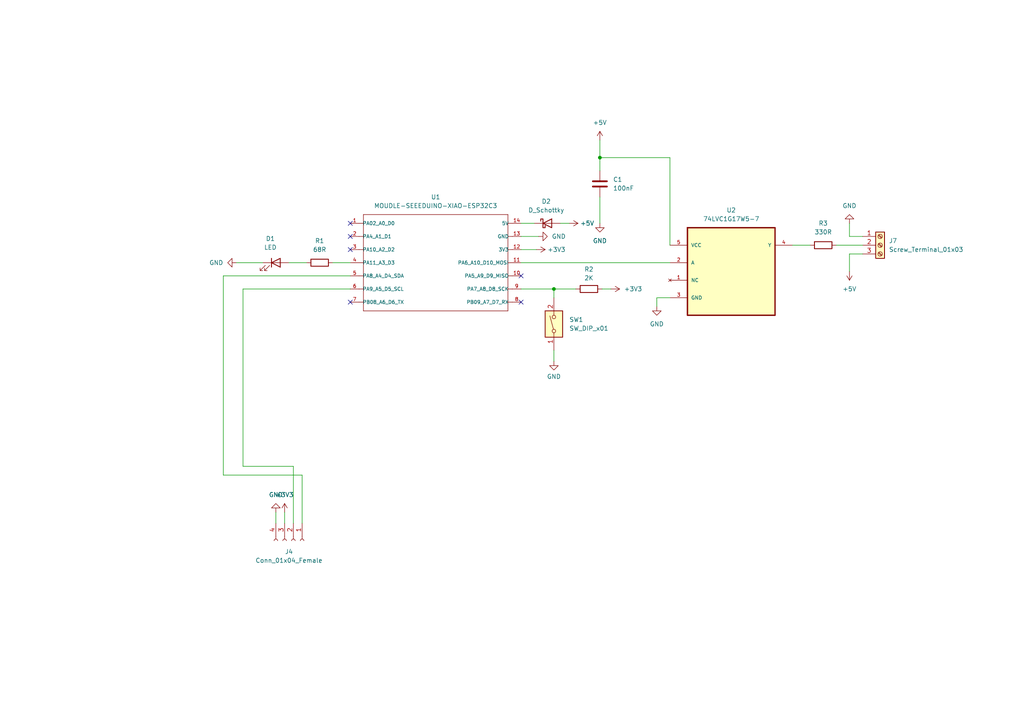
<source format=kicad_sch>
(kicad_sch (version 20231120) (generator "eeschema") (generator_version "8.0")
  (paper "A4")
  (lib_symbols
    (symbol "74LVC1G17W5-7:74LVC1G17W5-7" (pin_names (offset 1.016))
      (property "Reference" "U" (at -4.78 12.8145 0))
      (property "Value" "74LVC1G17W5-7" (at -4.2714 -19.6026 0))
      (symbol "74LVC1G17W5-7_0_0"
        (rectangle (start -12.7 -15.24) (end 12.7 10.16) (stroke (width 0.4064)) (fill (type background)))
        (pin no_connect line (at -17.78 -5.08 0) (length 5.08) (name "NC") (number "1"))
        (pin input line (at -17.78 0 0) (length 5.08) (name "A") (number "2"))
        (pin passive line (at -17.78 -10.16 0) (length 5.08) (name "GND") (number "3"))
        (pin output line (at 17.78 5.08 180) (length 5.08) (name "Y") (number "4"))
        (pin power_in line (at -17.78 5.08 0) (length 5.08) (name "VCC") (number "5"))
      )
    )
    (symbol "Connector:Conn_01x04_Female" (pin_names (offset 1.016) hide)
      (property "Reference" "J" (at 0 5.08 0))
      (property "Value" "Conn_01x04_Female" (at 0 -7.62 0))
      (symbol "Conn_01x04_Female_1_1"
        (arc (start 0 -4.572) (mid -0.5058 -5.08) (end 0 -5.588) (stroke (width 0.1524)))
        (arc (start 0 -2.032) (mid -0.5058 -2.54) (end 0 -3.048) (stroke (width 0.1524)))
        (polyline (pts (xy -1.27 -5.08) (xy -0.508 -5.08)) (stroke (width 0.1524)))
        (polyline (pts (xy -1.27 -2.54) (xy -0.508 -2.54)) (stroke (width 0.1524)))
        (polyline (pts (xy -1.27 0) (xy -0.508 0)) (stroke (width 0.1524)))
        (polyline (pts (xy -1.27 2.54) (xy -0.508 2.54)) (stroke (width 0.1524)))
        (arc (start 0 0.508) (mid -0.5058 0) (end 0 -0.508) (stroke (width 0.1524)))
        (arc (start 0 3.048) (mid -0.5058 2.54) (end 0 2.032) (stroke (width 0.1524)))
        (pin passive line (at -5.08 2.54 0) (length 3.81) (name "Pin_1") (number "1"))
        (pin passive line (at -5.08 0 0) (length 3.81) (name "Pin_2") (number "2"))
        (pin passive line (at -5.08 -2.54 0) (length 3.81) (name "Pin_3") (number "3"))
        (pin passive line (at -5.08 -5.08 0) (length 3.81) (name "Pin_4") (number "4"))
      )
    )
    (symbol "Connector:Screw_Terminal_01x03" (pin_names (offset 1.016) hide)
      (property "Reference" "J" (at 0 5.08 0))
      (property "Value" "Screw_Terminal_01x03" (at 0 -5.08 0))
      (symbol "Screw_Terminal_01x03_1_1"
        (rectangle (start -1.27 3.81) (end 1.27 -3.81) (stroke (width 0.254)) (fill (type background)))
        (circle (center 0 -2.54) (radius 0.635) (stroke (width 0.1524)))
        (polyline (pts (xy -0.5334 -2.2098) (xy 0.3302 -3.048)) (stroke (width 0.1524)))
        (polyline (pts (xy -0.5334 0.3302) (xy 0.3302 -0.508)) (stroke (width 0.1524)))
        (polyline (pts (xy -0.5334 2.8702) (xy 0.3302 2.032)) (stroke (width 0.1524)))
        (polyline (pts (xy -0.3556 -2.032) (xy 0.508 -2.8702)) (stroke (width 0.1524)))
        (polyline (pts (xy -0.3556 0.508) (xy 0.508 -0.3302)) (stroke (width 0.1524)))
        (polyline (pts (xy -0.3556 3.048) (xy 0.508 2.2098)) (stroke (width 0.1524)))
        (circle (center 0 0) (radius 0.635) (stroke (width 0.1524)))
        (circle (center 0 2.54) (radius 0.635) (stroke (width 0.1524)))
        (pin passive line (at -5.08 2.54 0) (length 3.81) (name "Pin_1") (number "1"))
        (pin passive line (at -5.08 0 0) (length 3.81) (name "Pin_2") (number "2"))
        (pin passive line (at -5.08 -2.54 0) (length 3.81) (name "Pin_3") (number "3"))
      )
    )
    (symbol "Device:C" (pin_numbers hide) (pin_names (offset 0.254))
      (property "Reference" "C" (at 0.635 2.54 0))
      (property "Value" "C" (at 0.635 -2.54 0))
      (symbol "C_0_1"
        (polyline (pts (xy -2.032 -0.762) (xy 2.032 -0.762)) (stroke (width 0.508)))
        (polyline (pts (xy -2.032 0.762) (xy 2.032 0.762)) (stroke (width 0.508)))
      )
      (symbol "C_1_1"
        (pin passive line (at 0 3.81 270) (length 2.794) (name "~") (number "1"))
        (pin passive line (at 0 -3.81 90) (length 2.794) (name "~") (number "2"))
      )
    )
    (symbol "Device:D_Schottky" (pin_numbers hide) (pin_names (offset 1.016) hide)
      (property "Reference" "D" (at 0 2.54 0))
      (property "Value" "D_Schottky" (at 0 -2.54 0))
      (symbol "D_Schottky_0_1"
        (polyline (pts (xy 1.27 0) (xy -1.27 0)))
        (polyline (pts (xy 1.27 1.27) (xy 1.27 -1.27) (xy -1.27 0) (xy 1.27 1.27)) (stroke (width 0.254)))
        (polyline (pts (xy -1.905 0.635) (xy -1.905 1.27) (xy -1.27 1.27) (xy -1.27 -1.27) (xy -0.635 -1.27) (xy -0.635 -0.635)) (stroke (width 0.254)))
      )
      (symbol "D_Schottky_1_1"
        (pin passive line (at -3.81 0 0) (length 2.54) (name "K") (number "1"))
        (pin passive line (at 3.81 0 180) (length 2.54) (name "A") (number "2"))
      )
    )
    (symbol "Device:LED" (pin_numbers hide) (pin_names (offset 1.016) hide)
      (property "Reference" "D" (at 0 2.54 0))
      (property "Value" "LED" (at 0 -2.54 0))
      (symbol "LED_0_1"
        (polyline (pts (xy -1.27 -1.27) (xy -1.27 1.27)) (stroke (width 0.254)))
        (polyline (pts (xy -1.27 0) (xy 1.27 0)))
        (polyline (pts (xy 1.27 -1.27) (xy 1.27 1.27) (xy -1.27 0) (xy 1.27 -1.27)) (stroke (width 0.254)))
        (polyline (pts (xy -3.048 -0.762) (xy -4.572 -2.286) (xy -3.81 -2.286) (xy -4.572 -2.286) (xy -4.572 -1.524)))
        (polyline (pts (xy -1.778 -0.762) (xy -3.302 -2.286) (xy -2.54 -2.286) (xy -3.302 -2.286) (xy -3.302 -1.524)))
      )
      (symbol "LED_1_1"
        (pin passive line (at -3.81 0 0) (length 2.54) (name "K") (number "1"))
        (pin passive line (at 3.81 0 180) (length 2.54) (name "A") (number "2"))
      )
    )
    (symbol "Device:R" (pin_numbers hide) (pin_names (offset 0))
      (property "Reference" "R" (at 2.032 0 90))
      (property "Value" "R" (at 0 0 90))
      (symbol "R_0_1"
        (rectangle (start -1.016 -2.54) (end 1.016 2.54) (stroke (width 0.254)))
      )
      (symbol "R_1_1"
        (pin passive line (at 0 3.81 270) (length 1.27) (name "~") (number "1"))
        (pin passive line (at 0 -3.81 90) (length 1.27) (name "~") (number "2"))
      )
    )
    (symbol "MOUDLE-SEEEDUINO-XIAO-ESP32C3:MOUDLE-SEEEDUINO-XIAO-ESP32C3" (pin_names (offset 1.016))
      (property "Reference" "U" (at -21.59 15.24 0))
      (property "Value" "MOUDLE-SEEEDUINO-XIAO-ESP32C3" (at -21.59 13.97 0))
      (symbol "MOUDLE-SEEEDUINO-XIAO-ESP32C3_0_0"
        (polyline (pts (xy -21.59 -13.97) (xy -21.59 0)) (stroke (width 0.1524)))
        (polyline (pts (xy -21.59 -11.43) (xy -22.86 -11.43)) (stroke (width 0.1524)))
        (polyline (pts (xy -21.59 -7.62) (xy -22.86 -7.62)) (stroke (width 0.1524)))
        (polyline (pts (xy -21.59 -3.81) (xy -22.86 -3.81)) (stroke (width 0.1524)))
        (polyline (pts (xy -21.59 0) (xy -22.86 0)) (stroke (width 0.1524)))
        (polyline (pts (xy -21.59 0) (xy -21.59 3.81)) (stroke (width 0.1524)))
        (polyline (pts (xy -21.59 3.81) (xy -22.86 3.81)) (stroke (width 0.1524)))
        (polyline (pts (xy -21.59 3.81) (xy -21.59 7.62)) (stroke (width 0.1524)))
        (polyline (pts (xy -21.59 7.62) (xy -22.86 7.62)) (stroke (width 0.1524)))
        (polyline (pts (xy -21.59 7.62) (xy -21.59 11.43)) (stroke (width 0.1524)))
        (polyline (pts (xy -21.59 11.43) (xy -22.86 11.43)) (stroke (width 0.1524)))
        (polyline (pts (xy -21.59 11.43) (xy -21.59 13.97)) (stroke (width 0.1524)))
        (polyline (pts (xy -21.59 13.97) (xy 20.32 13.97)) (stroke (width 0.1524)))
        (polyline (pts (xy 20.32 -13.97) (xy -21.59 -13.97)) (stroke (width 0.1524)))
        (polyline (pts (xy 20.32 3.81) (xy 20.32 -13.97)) (stroke (width 0.1524)))
        (polyline (pts (xy 20.32 7.62) (xy 20.32 3.81)) (stroke (width 0.1524)))
        (polyline (pts (xy 20.32 11.43) (xy 20.32 7.62)) (stroke (width 0.1524)))
        (polyline (pts (xy 20.32 13.97) (xy 20.32 11.43)) (stroke (width 0.1524)))
        (polyline (pts (xy 21.59 -11.43) (xy 20.32 -11.43)) (stroke (width 0.1524)))
        (polyline (pts (xy 21.59 -7.62) (xy 20.32 -7.62)) (stroke (width 0.1524)))
        (polyline (pts (xy 21.59 -3.81) (xy 20.32 -3.81)) (stroke (width 0.1524)))
        (polyline (pts (xy 21.59 0) (xy 20.32 0)) (stroke (width 0.1524)))
        (polyline (pts (xy 21.59 3.81) (xy 20.32 3.81)) (stroke (width 0.1524)))
        (polyline (pts (xy 21.59 7.62) (xy 20.32 7.62)) (stroke (width 0.1524)))
        (polyline (pts (xy 21.59 11.43) (xy 20.32 11.43)) (stroke (width 0.1524)))
        (pin bidirectional line (at -25.4 11.43 0) (length 2.54) (name "PA02_A0_D0") (number "1"))
        (pin bidirectional line (at 24.13 -3.81 180) (length 2.54) (name "PA5_A9_D9_MISO") (number "10"))
        (pin bidirectional line (at 24.13 0 180) (length 2.54) (name "PA6_A10_D10_MOSI") (number "11"))
        (pin bidirectional line (at 24.13 3.81 180) (length 2.54) (name "3V3") (number "12"))
        (pin bidirectional line (at 24.13 7.62 180) (length 2.54) (name "GND") (number "13"))
        (pin bidirectional line (at 24.13 11.43 180) (length 2.54) (name "5V") (number "14"))
        (pin bidirectional line (at -25.4 7.62 0) (length 2.54) (name "PA4_A1_D1") (number "2"))
        (pin bidirectional line (at -25.4 3.81 0) (length 2.54) (name "PA10_A2_D2") (number "3"))
        (pin bidirectional line (at -25.4 0 0) (length 2.54) (name "PA11_A3_D3") (number "4"))
        (pin bidirectional line (at -25.4 -3.81 0) (length 2.54) (name "PA8_A4_D4_SDA") (number "5"))
        (pin bidirectional line (at -25.4 -7.62 0) (length 2.54) (name "PA9_A5_D5_SCL") (number "6"))
        (pin bidirectional line (at -25.4 -11.43 0) (length 2.54) (name "PB08_A6_D6_TX") (number "7"))
        (pin bidirectional line (at 24.13 -11.43 180) (length 2.54) (name "PB09_A7_D7_RX") (number "8"))
        (pin bidirectional line (at 24.13 -7.62 180) (length 2.54) (name "PA7_A8_D8_SCK") (number "9"))
      )
    )
    (symbol "Switch:SW_DIP_x01" (pin_names (offset 0) hide)
      (property "Reference" "SW" (at 0 3.81 0))
      (property "Value" "SW_DIP_x01" (at 0 -3.81 0))
      (symbol "SW_DIP_x01_0_0"
        (circle (center -2.032 0) (radius 0.508))
        (polyline (pts (xy -1.524 0.127) (xy 2.3622 1.1684)))
        (circle (center 2.032 0) (radius 0.508))
      )
      (symbol "SW_DIP_x01_0_1"
        (rectangle (start -3.81 2.54) (end 3.81 -2.54) (stroke (width 0.254)) (fill (type background)))
      )
      (symbol "SW_DIP_x01_1_1"
        (pin passive line (at -7.62 0 0) (length 5.08) (name "~") (number "1"))
        (pin passive line (at 7.62 0 180) (length 5.08) (name "~") (number "2"))
      )
    )
    (symbol "power:+3.3V" (power) (pin_names (offset 0))
      (property "Value" "+3.3V" (at 0 3.556 0))
      (symbol "+3.3V_0_1"
        (polyline (pts (xy -0.762 1.27) (xy 0 2.54)))
        (polyline (pts (xy 0 0) (xy 0 2.54)))
        (polyline (pts (xy 0 2.54) (xy 0.762 1.27)))
      )
      (symbol "+3.3V_1_1"
        (pin power_in line (at 0 0 90) (length 0) hide (name "+3V3") (number "1"))
      )
    )
    (symbol "power:+5V" (power) (pin_names (offset 0))
      (property "Value" "+5V" (at 0 3.556 0))
      (symbol "+5V_0_1"
        (polyline (pts (xy -0.762 1.27) (xy 0 2.54)))
        (polyline (pts (xy 0 0) (xy 0 2.54)))
        (polyline (pts (xy 0 2.54) (xy 0.762 1.27)))
      )
      (symbol "+5V_1_1"
        (pin power_in line (at 0 0 90) (length 0) hide (name "+5V") (number "1"))
      )
    )
    (symbol "power:GND" (power) (pin_names (offset 0))
      (property "Value" "GND" (at 0 -3.81 0))
      (symbol "GND_0_1"
        (polyline (pts (xy 0 0) (xy 0 -1.27) (xy 1.27 -1.27) (xy 0 -2.54) (xy -1.27 -1.27) (xy 0 -1.27)))
      )
      (symbol "GND_1_1"
        (pin power_in line (at 0 0 270) (length 0) hide (name "GND") (number "1"))
      )
    )
  )
  (junction (at 173.99 45.72))
  (junction (at 160.655 83.82))
  (no_connect (at 101.6 64.77))
  (no_connect (at 101.6 72.39))
  (no_connect (at 101.6 68.58))
  (no_connect (at 151.13 80.01))
  (no_connect (at 151.13 87.63))
  (no_connect (at 101.6 87.63))
  (wire (pts (xy 151.13 68.58) (xy 156.21 68.58)))
  (wire (pts (xy 174.625 83.82) (xy 177.165 83.82)))
  (wire (pts (xy 64.77 80.01) (xy 64.77 137.795)))
  (wire (pts (xy 85.09 135.255) (xy 85.09 151.765)))
  (wire (pts (xy 85.09 135.255) (xy 70.485 135.255)))
  (wire (pts (xy 173.99 57.15) (xy 173.99 64.77)))
  (wire (pts (xy 70.485 83.82) (xy 70.485 135.255)))
  (wire (pts (xy 173.99 40.64) (xy 173.99 45.72)))
  (wire (pts (xy 151.13 83.82) (xy 160.655 83.82)))
  (wire (pts (xy 151.13 76.2) (xy 194.31 76.2)))
  (wire (pts (xy 246.38 64.77) (xy 246.38 68.58)))
  (wire (pts (xy 246.38 73.66) (xy 250.19 73.66)))
  (wire (pts (xy 101.6 83.82) (xy 70.485 83.82)))
  (wire (pts (xy 80.01 148.59) (xy 80.01 151.765)))
  (wire (pts (xy 151.13 72.39) (xy 155.575 72.39)))
  (wire (pts (xy 246.38 78.74) (xy 246.38 73.66)))
  (wire (pts (xy 246.38 68.58) (xy 250.19 68.58)))
  (wire (pts (xy 173.99 45.72) (xy 173.99 49.53)))
  (wire (pts (xy 101.6 80.01) (xy 64.77 80.01)))
  (wire (pts (xy 190.5 86.36) (xy 194.31 86.36)))
  (wire (pts (xy 87.63 137.795) (xy 87.63 151.765)))
  (wire (pts (xy 229.87 71.12) (xy 234.95 71.12)))
  (wire (pts (xy 83.82 76.2) (xy 88.9 76.2)))
  (wire (pts (xy 160.655 101.6) (xy 160.655 104.775)))
  (wire (pts (xy 64.77 137.795) (xy 87.63 137.795)))
  (wire (pts (xy 194.31 45.72) (xy 194.31 71.12)))
  (wire (pts (xy 162.56 64.77) (xy 165.1 64.77)))
  (wire (pts (xy 96.52 76.2) (xy 101.6 76.2)))
  (wire (pts (xy 151.13 64.77) (xy 154.94 64.77)))
  (wire (pts (xy 82.55 148.59) (xy 82.55 151.765)))
  (wire (pts (xy 190.5 88.9) (xy 190.5 86.36)))
  (wire (pts (xy 68.58 76.2) (xy 76.2 76.2)))
  (wire (pts (xy 160.655 83.82) (xy 160.655 86.36)))
  (wire (pts (xy 242.57 71.12) (xy 250.19 71.12)))
  (wire (pts (xy 173.99 45.72) (xy 194.31 45.72)))
  (wire (pts (xy 160.655 83.82) (xy 167.005 83.82)))
  (symbol (lib_id "Device:LED") (at 80.01 76.2 0) (unit 1)
    (property "Reference" "D1" (at 78.4225 69.215 0))
    (property "Value" "LED" (at 78.4225 71.755 0))
    (property "Footprint" "LED_SMD:LED_1206_3216Metric" (effects (hide yes)))
  )
  (symbol (lib_id "power:GND") (at 156.21 68.58 90) (unit 1)
    (property "Reference" "#PWR012" (effects (hide yes)))
    (property "Value" "GND" (at 160.02 68.5799 90) (effects (justify right)))
  )
  (symbol (lib_id "power:+3.3V") (at 155.575 72.39 270) (unit 1)
    (property "Reference" "#PWR011" (effects (hide yes)))
    (property "Value" "+3V3" (at 158.75 72.3899 90) (effects (justify left)))
  )
  (symbol (lib_id "power:+5V") (at 165.1 64.77 270) (unit 1)
    (property "Reference" "#PWR010" (effects (hide yes)))
    (property "Value" "+5V" (at 168.275 64.7699 90) (effects (justify left)))
  )
  (symbol (lib_id "Connector:Screw_Terminal_01x03") (at 255.27 71.12 0) (unit 1)
    (property "Reference" "J7" (at 257.81 69.8499 0) (effects (justify left)))
    (property "Value" "Screw_Terminal_01x03" (at 257.81 72.3899 0) (effects (justify left)))
    (property "Footprint" "TerminalBlock_Phoenix:TerminalBlock_Phoenix_MKDS-1,5-3_1x03_P5.00mm_Horizontal" (effects (hide yes)))
  )
  (symbol (lib_id "Device:R") (at 170.815 83.82 90) (unit 1)
    (property "Reference" "R2" (at 170.815 78.105 90))
    (property "Value" "2K" (at 170.815 80.645 90))
    (property "Footprint" "Resistor_SMD:R_0603_1608Metric_Pad0.98x0.95mm_HandSolder" (effects (hide yes)))
  )
  (symbol (lib_id "power:+5V") (at 246.38 78.74 180) (unit 1)
    (property "Reference" "#PWR0107" (effects (hide yes)))
    (property "Value" "+5V" (at 246.38 83.82 0))
  )
  (symbol (lib_id "Device:D_Schottky") (at 158.75 64.77 0) (unit 1)
    (property "Reference" "D2" (at 158.4325 58.42 0))
    (property "Value" "D_Schottky" (at 158.4325 60.96 0))
    (property "Footprint" "Diode_SMD:D_SMA" (effects (hide yes)))
    (property "Description" "Schottky diode" (effects (hide yes)))
  )
  (symbol (lib_id "74LVC1G17W5-7:74LVC1G17W5-7") (at 212.09 76.2 0) (unit 1)
    (property "Reference" "U2" (at 212.09 60.96 0))
    (property "Value" "74LVC1G17W5-7" (at 212.09 63.5 0))
    (property "Footprint" "SOT95P280X145-5N" (effects (hide yes)))
    (property "MPN" "74LVC1G17W5-7" (effects (hide yes)))
    (property "OC_FARNELL" "1893835" (effects (hide yes)))
    (property "OC_NEWARK" "47T3922" (effects (hide yes)))
    (property "PACKAGE" "SOT-5" (effects (hide yes)))
    (property "SUPPLIER" "DIODES INC." (effects (hide yes)))
  )
  (symbol (lib_id "Switch:SW_DIP_x01") (at 160.655 93.98 90) (unit 1)
    (property "Reference" "SW1" (at 165.1 92.7099 90) (effects (justify right)))
    (property "Value" "SW_DIP_x01" (at 165.1 95.2499 90) (effects (justify right)))
    (property "Footprint" "Button_Switch_THT:SW_PUSH_6mm_H4.3mm" (effects (hide yes)))
  )
  (symbol (lib_id "Connector:Conn_01x04_Female") (at 85.09 156.845 270) (unit 1)
    (property "Reference" "J4" (at 83.82 160.02 90))
    (property "Value" "Conn_01x04_Female" (at 83.82 162.56 90))
    (property "Footprint" "Connector_PinHeader_2.54mm:PinHeader_1x04_P2.54mm_Vertical" (effects (hide yes)))
  )
  (symbol (lib_id "power:GND") (at 80.01 148.59 180) (unit 1)
    (property "Reference" "#PWR08" (effects (hide yes)))
    (property "Value" "GND" (at 80.01 143.51 0))
  )
  (symbol (lib_id "power:+5V") (at 173.99 40.64 0) (unit 1)
    (property "Reference" "#PWR0105" (effects (hide yes)))
    (property "Value" "+5V" (at 173.99 35.56 0))
  )
  (symbol (lib_id "power:+3.3V") (at 82.55 148.59 0) (unit 1)
    (property "Reference" "#PWR09" (effects (hide yes)))
    (property "Value" "+3V3" (at 82.55 143.51 0))
  )
  (symbol (lib_id "Device:R") (at 92.71 76.2 270) (unit 1)
    (property "Reference" "R1" (at 92.71 69.85 90))
    (property "Value" "68R" (at 92.71 72.39 90))
    (property "Footprint" "Resistor_SMD:R_0603_1608Metric_Pad0.98x0.95mm_HandSolder" (effects (hide yes)))
  )
  (symbol (lib_id "Device:C") (at 173.99 53.34 0) (unit 1)
    (property "Reference" "C1" (at 177.8 52.0699 0) (effects (justify left)))
    (property "Value" "100nF" (at 177.8 54.6099 0) (effects (justify left)))
    (property "Footprint" "Capacitor_SMD:C_0603_1608Metric_Pad1.08x0.95mm_HandSolder" (effects (hide yes)))
  )
  (symbol (lib_id "power:GND") (at 246.38 64.77 180) (unit 1)
    (property "Reference" "#PWR0108" (effects (hide yes)))
    (property "Value" "GND" (at 246.38 59.69 0))
  )
  (symbol (lib_id "Device:R") (at 238.76 71.12 90) (unit 1)
    (property "Reference" "R3" (at 238.76 64.77 90))
    (property "Value" "330R" (at 238.76 67.31 90))
    (property "Footprint" "Resistor_SMD:R_0603_1608Metric_Pad0.98x0.95mm_HandSolder" (effects (hide yes)))
  )
  (symbol (lib_id "power:GND") (at 160.655 104.775 0) (unit 1)
    (property "Reference" "#PWR013" (effects (hide yes)))
    (property "Value" "GND" (at 160.655 109.22 0))
  )
  (symbol (lib_id "power:GND") (at 190.5 88.9 0) (unit 1)
    (property "Reference" "#PWR01" (effects (hide yes)))
    (property "Value" "GND" (at 190.5 93.98 0))
  )
  (symbol (lib_id "MOUDLE-SEEEDUINO-XIAO-ESP32C3:MOUDLE-SEEEDUINO-XIAO-ESP32C3") (at 127 76.2 0) (unit 1)
    (property "Reference" "U1" (at 126.365 57.15 0))
    (property "Value" "MOUDLE-SEEEDUINO-XIAO-ESP32C3" (at 126.365 59.69 0))
    (property "Footprint" "xiao ESP32C3_PCB:MOUDLE14P-SMD-2.54-21X17.8MM" (effects (hide yes)))
  )
  (symbol (lib_id "power:GND") (at 173.99 64.77 0) (unit 1)
    (property "Reference" "#PWR0106" (effects (hide yes)))
    (property "Value" "GND" (at 173.99 69.85 0))
  )
  (symbol (lib_id "power:+3.3V") (at 177.165 83.82 270) (unit 1)
    (property "Reference" "#PWR016" (effects (hide yes)))
    (property "Value" "+3V3" (at 180.975 83.8199 90) (effects (justify left)))
  )
  (symbol (lib_id "power:GND") (at 68.58 76.2 270) (unit 1)
    (property "Reference" "#PWR07" (effects (hide yes)))
    (property "Value" "GND" (at 64.77 76.1999 90) (effects (justify right)))
  )
)
</source>
